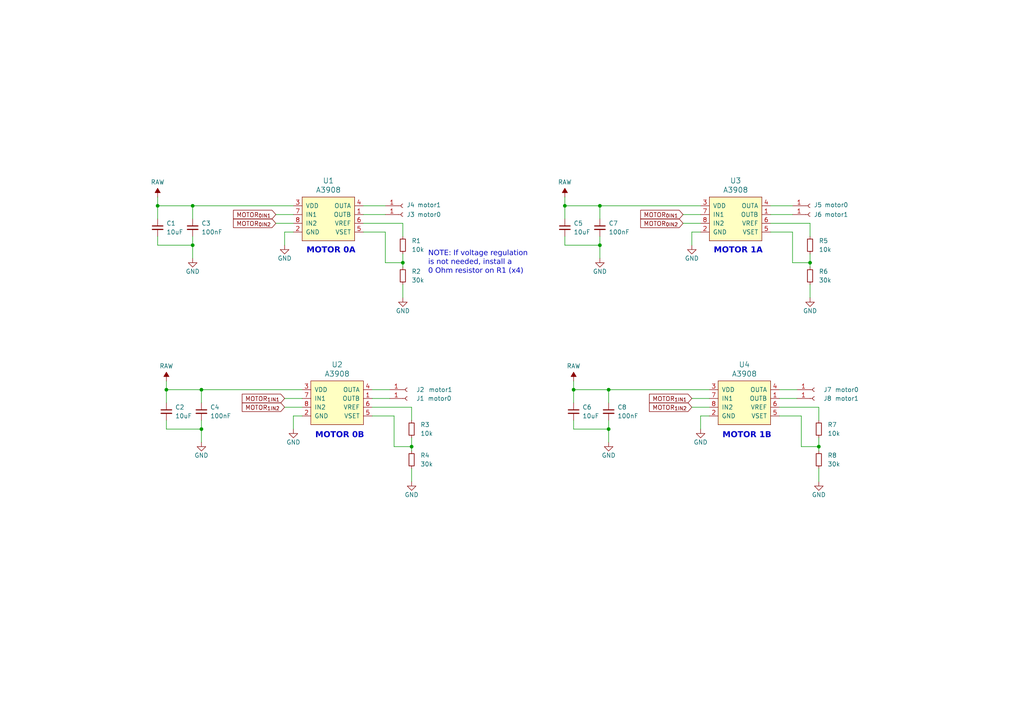
<source format=kicad_sch>
(kicad_sch (version 20231120) (generator "eeschema") (generator_version "8.0")
  (paper "A4")
  (title_block (rev "v0.2"))
  (lib_symbols
    (symbol "A3908-custom_IC_1" (pin_names (offset 1.016))
      (property "Reference" "U5" (at 0 11.0998 0))
      (property "Value" "A3908" (at 0 8.4074 0))
      (symbol "A3908-custom_IC_1_1_1"
        (rectangle (start -7.62 6.35) (end 7.62 -6.35) (fill (type background)))
        (pin input line (at 10.16 1.27 180) (length 2.54) (name "OUTB") (number "1"))
        (pin input line (at -10.16 -3.81 0) (length 2.54) (name "GND") (number "2"))
        (pin input line (at -10.16 3.81 0) (length 2.54) (name "VDD") (number "3"))
        (pin input line (at 10.16 3.81 180) (length 2.54) (name "OUTA") (number "4"))
        (pin input line (at 10.16 -3.81 180) (length 2.54) (name "VSET") (number "5"))
        (pin input line (at 10.16 -1.27 180) (length 2.54) (name "VREF") (number "6"))
        (pin input line (at -10.16 1.27 0) (length 2.54) (name "IN1") (number "7"))
        (pin input line (at -10.16 -1.27 0) (length 2.54) (name "IN2") (number "8"))
        (pin input line (at -10.16 -3.81 0) (length 2.54) hide (name "GND_PAD") (number "9"))
      )
    )
    (symbol "Device:C_Small" (pin_numbers hide) (pin_names (offset 0.254) hide)
      (property "Reference" "C" (at 0.254 1.778 0))
      (property "Value" "C_Small" (at 0.254 -2.032 0))
      (symbol "C_Small_0_1"
        (polyline (pts (xy -1.524 -0.508) (xy 1.524 -0.508)) (stroke (width 0.3302)))
        (polyline (pts (xy -1.524 0.508) (xy 1.524 0.508)) (stroke (width 0.3048)))
      )
      (symbol "C_Small_1_1"
        (pin passive line (at 0 2.54 270) (length 2.032) (name "~") (number "1"))
        (pin passive line (at 0 -2.54 90) (length 2.032) (name "~") (number "2"))
      )
    )
    (symbol "Device:R_Small" (pin_numbers hide) (pin_names (offset 0.254) hide)
      (property "Reference" "R" (at 0.762 0.508 0))
      (property "Value" "R_Small" (at 0.762 -1.016 0))
      (symbol "R_Small_0_1"
        (rectangle (start -0.762 1.778) (end 0.762 -1.778) (stroke (width 0.2032)))
      )
      (symbol "R_Small_1_1"
        (pin passive line (at 0 2.54 270) (length 0.762) (name "~") (number "1"))
        (pin passive line (at 0 -2.54 90) (length 0.762) (name "~") (number "2"))
      )
    )
    (symbol "SAMC21_breakout-rescue:Conn_01x01_Female-Connector" (pin_names (offset 1.016) hide)
      (property "Reference" "J" (at 0 2.54 0))
      (property "Value" "Connector:Conn_01x01_Female" (at 0 -2.54 0))
      (symbol "Conn_01x01_Female-Connector_1_1"
        (polyline (pts (xy -1.27 0) (xy -0.508 0)) (stroke (width 0.1524)))
        (arc (start 0 0.508) (mid -0.508 0) (end 0 -0.508) (stroke (width 0.1524)))
        (pin passive line (at -5.08 0 0) (length 3.81) (name "Pin_1") (number "1"))
      )
    )
    (symbol "SAMC21_breakout-rescue:GND" (power) (pin_names (offset 0))
      (property "Value" "GND" (at 0 -3.81 0))
      (symbol "GND_0_1"
        (polyline (pts (xy 0 0) (xy 0 -1.27) (xy 1.27 -1.27) (xy 0 -2.54) (xy -1.27 -1.27) (xy 0 -1.27)))
      )
      (symbol "GND_1_1"
        (pin power_in line (at 0 0 270) (length 0) hide (name "GND") (number "1"))
      )
    )
    (symbol "power:VCOM" (power) (pin_numbers hide) (pin_names (offset 0) hide)
      (property "Value" "VCOM" (at 0 3.556 0))
      (symbol "VCOM_0_1"
        (polyline (pts (xy 0 0) (xy 0 2.54)))
        (polyline (pts (xy 0.762 1.27) (xy -0.762 1.27) (xy 0 2.54) (xy 0.762 1.27)) (fill (type outline)))
      )
      (symbol "VCOM_1_1"
        (pin power_in line (at 0 0 90) (length 0) (name "~") (number "1"))
      )
    )
  )
  (junction (at 176.53 113.03))
  (junction (at 116.84 76.2))
  (junction (at 58.42 124.46))
  (junction (at 58.42 113.03))
  (junction (at 166.37 113.03))
  (junction (at 234.95 76.2))
  (junction (at 55.88 59.69))
  (junction (at 176.53 124.46))
  (junction (at 173.99 71.12))
  (junction (at 119.38 129.54))
  (junction (at 163.83 59.69))
  (junction (at 48.26 113.03))
  (junction (at 45.72 59.69))
  (junction (at 173.99 59.69))
  (junction (at 237.49 129.54))
  (junction (at 55.88 71.12))
  (wire (pts (xy 113.03 113.03) (xy 107.95 113.03)))
  (wire (pts (xy 119.38 127) (xy 119.38 129.54)))
  (wire (pts (xy 107.95 118.11) (xy 119.38 118.11)))
  (wire (pts (xy 116.84 68.58) (xy 116.84 64.77)))
  (wire (pts (xy 231.14 113.03) (xy 226.06 113.03)))
  (wire (pts (xy 237.49 129.54) (xy 237.49 130.81)))
  (wire (pts (xy 198.12 64.77) (xy 203.2 64.77)))
  (wire (pts (xy 111.76 59.69) (xy 105.41 59.69)))
  (wire (pts (xy 173.99 63.5) (xy 173.99 59.69)))
  (wire (pts (xy 119.38 129.54) (xy 114.3 129.54)))
  (wire (pts (xy 85.09 124.46) (xy 85.09 120.65)))
  (wire (pts (xy 55.88 59.69) (xy 45.72 59.69)))
  (wire (pts (xy 58.42 113.03) (xy 87.63 113.03)))
  (wire (pts (xy 231.14 115.57) (xy 226.06 115.57)))
  (wire (pts (xy 163.83 57.15) (xy 163.83 59.69)))
  (wire (pts (xy 55.88 63.5) (xy 55.88 59.69)))
  (wire (pts (xy 80.01 64.77) (xy 85.09 64.77)))
  (wire (pts (xy 232.41 120.65) (xy 232.41 129.54)))
  (wire (pts (xy 237.49 121.92) (xy 237.49 118.11)))
  (wire (pts (xy 223.52 67.31) (xy 229.87 67.31)))
  (wire (pts (xy 200.66 71.12) (xy 200.66 67.31)))
  (wire (pts (xy 58.42 128.27) (xy 58.42 124.46)))
  (wire (pts (xy 80.01 62.23) (xy 85.09 62.23)))
  (wire (pts (xy 58.42 124.46) (xy 48.26 124.46)))
  (wire (pts (xy 105.41 67.31) (xy 111.76 67.31)))
  (wire (pts (xy 229.87 62.23) (xy 223.52 62.23)))
  (wire (pts (xy 234.95 76.2) (xy 229.87 76.2)))
  (wire (pts (xy 58.42 113.03) (xy 48.26 113.03)))
  (wire (pts (xy 116.84 76.2) (xy 116.84 77.47)))
  (wire (pts (xy 166.37 110.49) (xy 166.37 113.03)))
  (wire (pts (xy 48.26 113.03) (xy 48.26 116.84)))
  (wire (pts (xy 176.53 128.27) (xy 176.53 124.46)))
  (wire (pts (xy 176.53 116.84) (xy 176.53 113.03)))
  (wire (pts (xy 116.84 73.66) (xy 116.84 76.2)))
  (wire (pts (xy 45.72 57.15) (xy 45.72 59.69)))
  (wire (pts (xy 200.66 67.31) (xy 203.2 67.31)))
  (wire (pts (xy 234.95 76.2) (xy 234.95 77.47)))
  (wire (pts (xy 203.2 124.46) (xy 203.2 120.65)))
  (wire (pts (xy 48.26 110.49) (xy 48.26 113.03)))
  (wire (pts (xy 237.49 139.7) (xy 237.49 135.89)))
  (wire (pts (xy 85.09 120.65) (xy 87.63 120.65)))
  (wire (pts (xy 58.42 124.46) (xy 58.42 121.92)))
  (wire (pts (xy 200.66 118.11) (xy 205.74 118.11)))
  (wire (pts (xy 82.55 71.12) (xy 82.55 67.31)))
  (wire (pts (xy 234.95 73.66) (xy 234.95 76.2)))
  (wire (pts (xy 55.88 71.12) (xy 45.72 71.12)))
  (wire (pts (xy 58.42 116.84) (xy 58.42 113.03)))
  (wire (pts (xy 226.06 120.65) (xy 232.41 120.65)))
  (wire (pts (xy 234.95 86.36) (xy 234.95 82.55)))
  (wire (pts (xy 176.53 124.46) (xy 176.53 121.92)))
  (wire (pts (xy 107.95 120.65) (xy 114.3 120.65)))
  (wire (pts (xy 113.03 115.57) (xy 107.95 115.57)))
  (wire (pts (xy 173.99 59.69) (xy 203.2 59.69)))
  (wire (pts (xy 173.99 59.69) (xy 163.83 59.69)))
  (wire (pts (xy 203.2 120.65) (xy 205.74 120.65)))
  (wire (pts (xy 229.87 67.31) (xy 229.87 76.2)))
  (wire (pts (xy 200.66 115.57) (xy 205.74 115.57)))
  (wire (pts (xy 45.72 71.12) (xy 45.72 68.58)))
  (wire (pts (xy 229.87 59.69) (xy 223.52 59.69)))
  (wire (pts (xy 166.37 124.46) (xy 166.37 121.92)))
  (wire (pts (xy 111.76 62.23) (xy 105.41 62.23)))
  (wire (pts (xy 116.84 76.2) (xy 111.76 76.2)))
  (wire (pts (xy 176.53 113.03) (xy 205.74 113.03)))
  (wire (pts (xy 163.83 59.69) (xy 163.83 63.5)))
  (wire (pts (xy 234.95 68.58) (xy 234.95 64.77)))
  (wire (pts (xy 119.38 129.54) (xy 119.38 130.81)))
  (wire (pts (xy 173.99 74.93) (xy 173.99 71.12)))
  (wire (pts (xy 173.99 71.12) (xy 163.83 71.12)))
  (wire (pts (xy 82.55 118.11) (xy 87.63 118.11)))
  (wire (pts (xy 82.55 67.31) (xy 85.09 67.31)))
  (wire (pts (xy 173.99 71.12) (xy 173.99 68.58)))
  (wire (pts (xy 114.3 120.65) (xy 114.3 129.54)))
  (wire (pts (xy 55.88 59.69) (xy 85.09 59.69)))
  (wire (pts (xy 111.76 67.31) (xy 111.76 76.2)))
  (wire (pts (xy 198.12 62.23) (xy 203.2 62.23)))
  (wire (pts (xy 176.53 113.03) (xy 166.37 113.03)))
  (wire (pts (xy 55.88 71.12) (xy 55.88 68.58)))
  (wire (pts (xy 166.37 113.03) (xy 166.37 116.84)))
  (wire (pts (xy 82.55 115.57) (xy 87.63 115.57)))
  (wire (pts (xy 237.49 127) (xy 237.49 129.54)))
  (wire (pts (xy 223.52 64.77) (xy 234.95 64.77)))
  (wire (pts (xy 116.84 86.36) (xy 116.84 82.55)))
  (wire (pts (xy 226.06 118.11) (xy 237.49 118.11)))
  (wire (pts (xy 119.38 121.92) (xy 119.38 118.11)))
  (wire (pts (xy 45.72 59.69) (xy 45.72 63.5)))
  (wire (pts (xy 119.38 139.7) (xy 119.38 135.89)))
  (wire (pts (xy 163.83 71.12) (xy 163.83 68.58)))
  (wire (pts (xy 237.49 129.54) (xy 232.41 129.54)))
  (wire (pts (xy 105.41 64.77) (xy 116.84 64.77)))
  (wire (pts (xy 55.88 74.93) (xy 55.88 71.12)))
  (wire (pts (xy 48.26 124.46) (xy 48.26 121.92)))
  (wire (pts (xy 176.53 124.46) (xy 166.37 124.46)))
  (text "MOTOR 1B\n" (at 209.55 127.762 0) (effects (font (size 1.7 1.7) (thickness 0.34) (bold yes)) (justify left bottom)))
  (text "NOTE: If voltage regulation\nis not needed, install a \n0 Ohm resistor on R1 (x4)" (at 124.206 80.01 0) (effects (font (size 1.524 1.524)) (justify left bottom)))
  (text "MOTOR 0A\n" (at 88.9 74.168 0) (effects (font (size 1.7 1.7) (thickness 0.34) (bold yes)) (justify left bottom)))
  (text "MOTOR 1A\n" (at 207.01 74.168 0) (effects (font (size 1.7 1.7) (thickness 0.34) (bold yes)) (justify left bottom)))
  (text "MOTOR 0B\n" (at 91.44 127.762 0) (effects (font (size 1.7 1.7) (thickness 0.34) (bold yes)) (justify left bottom)))
  (global_label "MOTOR_{0_{IN2}}" (shape input) (at 198.12 64.77 180) (property "Intersheetrefs" "${INTERSHEET_REFS}" (effects (hide yes))))
  (global_label "MOTOR_{0_{IN2}}" (shape input) (at 80.01 64.77 180) (property "Intersheetrefs" "${INTERSHEET_REFS}" (effects (hide yes))))
  (global_label "MOTOR_{1_{IN2}}" (shape input) (at 82.55 118.11 180) (property "Intersheetrefs" "${INTERSHEET_REFS}" (effects (hide yes))))
  (global_label "MOTOR_{0_{IN1}}" (shape input) (at 80.01 62.23 180) (property "Intersheetrefs" "${INTERSHEET_REFS}" (effects (hide yes))))
  (global_label "MOTOR_{1_{IN1}}" (shape input) (at 82.55 115.57 180) (property "Intersheetrefs" "${INTERSHEET_REFS}" (effects (hide yes))))
  (global_label "MOTOR_{0_{IN1}}" (shape input) (at 198.12 62.23 180) (property "Intersheetrefs" "${INTERSHEET_REFS}" (effects (hide yes))))
  (global_label "MOTOR_{1_{IN1}}" (shape input) (at 200.66 115.57 180) (property "Intersheetrefs" "${INTERSHEET_REFS}" (effects (hide yes))))
  (global_label "MOTOR_{1_{IN2}}" (shape input) (at 200.66 118.11 180) (property "Intersheetrefs" "${INTERSHEET_REFS}" (effects (hide yes))))
  (symbol (lib_id "Device:C_Small") (at 48.26 119.38 0) (mirror y) (unit 1)
    (property "Reference" "C2" (at 50.8 118.1162 0) (effects (justify right)))
    (property "Value" "10uF" (at 50.8 120.6562 0) (effects (justify right)))
    (property "Description" "Unpolarized capacitor, small symbol" (effects (hide yes)))
  )
  (symbol (lib_id "SAMC21_breakout-rescue:Conn_01x01_Female-Connector") (at 116.84 59.69 0) (mirror x) (unit 1)
    (property "Reference" "J4" (at 119.126 59.436 0))
    (property "Value" "motor1" (at 124.46 59.436 0))
    (property "Footprint" "TestPoint:TestPoint_Pad_2.0x2.0mm" (effects (hide yes)))
  )
  (symbol (lib_id "Device:C_Small") (at 45.72 66.04 0) (mirror y) (unit 1)
    (property "Reference" "C1" (at 48.26 64.7762 0) (effects (justify right)))
    (property "Value" "10uF" (at 48.26 67.3162 0) (effects (justify right)))
    (property "Description" "Unpolarized capacitor, small symbol" (effects (hide yes)))
  )
  (symbol (lib_name "A3908-custom_IC_1") (lib_id "SAMC21_breakout-rescue:A3908-custom_IC") (at 213.36 63.5 0) (unit 1)
    (property "Reference" "U3" (at 213.36 52.4002 0) (effects (font (size 1.524 1.524))))
    (property "Value" "A3908" (at 213.36 55.0926 0) (effects (font (size 1.524 1.524))))
    (property "Footprint" "kicad_reformed_custom_IC:A3908" (effects (hide yes)))
    (property "Datasheet" "https://www.allegromicro.com/-/media/files/datasheets/a3908-datasheet.pdf" (effects (hide yes)))
  )
  (symbol (lib_id "Device:R_Small") (at 234.95 80.01 0) (unit 1)
    (property "Reference" "R6" (at 237.49 78.7399 0) (effects (justify left)))
    (property "Value" "30k" (at 237.49 81.2799 0) (effects (justify left)))
    (property "Description" "Resistor, small symbol" (effects (hide yes)))
  )
  (symbol (lib_id "Device:R_Small") (at 234.95 71.12 0) (unit 1)
    (property "Reference" "R5" (at 237.49 69.8499 0) (effects (justify left)))
    (property "Value" "10k" (at 237.49 72.3899 0) (effects (justify left)))
    (property "Description" "Resistor, small symbol" (effects (hide yes)))
  )
  (symbol (lib_id "SAMC21_breakout-rescue:GND") (at 55.88 74.93 0) (unit 1)
    (property "Reference" "#PWR043" (effects (hide yes)))
    (property "Value" "GND" (at 55.88 78.74 0))
  )
  (symbol (lib_id "Device:R_Small") (at 116.84 71.12 0) (unit 1)
    (property "Reference" "R1" (at 119.38 69.8499 0) (effects (justify left)))
    (property "Value" "10k" (at 119.38 72.3899 0) (effects (justify left)))
    (property "Description" "Resistor, small symbol" (effects (hide yes)))
  )
  (symbol (lib_id "SAMC21_breakout-rescue:Conn_01x01_Female-Connector") (at 236.22 115.57 0) (mirror x) (unit 1)
    (property "Reference" "J8" (at 240.03 115.57 0))
    (property "Value" "motor1" (at 245.618 115.57 0))
    (property "Footprint" "TestPoint:TestPoint_Pad_2.0x2.0mm" (effects (hide yes)))
  )
  (symbol (lib_id "Device:R_Small") (at 237.49 124.46 0) (unit 1)
    (property "Reference" "R7" (at 240.03 123.1899 0) (effects (justify left)))
    (property "Value" "10k" (at 240.03 125.7299 0) (effects (justify left)))
    (property "Description" "Resistor, small symbol" (effects (hide yes)))
  )
  (symbol (lib_id "Device:R_Small") (at 119.38 124.46 0) (unit 1)
    (property "Reference" "R3" (at 121.92 123.1899 0) (effects (justify left)))
    (property "Value" "10k" (at 121.92 125.7299 0) (effects (justify left)))
    (property "Description" "Resistor, small symbol" (effects (hide yes)))
  )
  (symbol (lib_id "power:VCOM") (at 48.26 110.49 0) (unit 1)
    (property "Reference" "#PWR042" (effects (hide yes)))
    (property "Value" "RAW" (at 48.26 106.172 0))
    (property "Description" "Power symbol creates a global label with name \"VCOM\"" (effects (hide yes)))
  )
  (symbol (lib_id "Device:R_Small") (at 237.49 133.35 0) (unit 1)
    (property "Reference" "R8" (at 240.03 132.0799 0) (effects (justify left)))
    (property "Value" "30k" (at 240.03 134.6199 0) (effects (justify left)))
    (property "Description" "Resistor, small symbol" (effects (hide yes)))
  )
  (symbol (lib_id "SAMC21_breakout-rescue:GND") (at 237.49 139.7 0) (unit 1)
    (property "Reference" "#PWR056" (effects (hide yes)))
    (property "Value" "GND" (at 237.49 143.51 0))
  )
  (symbol (lib_id "SAMC21_breakout-rescue:GND") (at 173.99 74.93 0) (unit 1)
    (property "Reference" "#PWR051" (effects (hide yes)))
    (property "Value" "GND" (at 173.99 78.74 0))
  )
  (symbol (lib_id "SAMC21_breakout-rescue:Conn_01x01_Female-Connector") (at 234.95 59.69 0) (mirror x) (unit 1)
    (property "Reference" "J5" (at 237.236 59.436 0))
    (property "Value" "motor0" (at 242.57 59.436 0))
    (property "Footprint" "TestPoint:TestPoint_Pad_2.0x2.0mm" (effects (hide yes)))
  )
  (symbol (lib_id "SAMC21_breakout-rescue:GND") (at 234.95 86.36 0) (unit 1)
    (property "Reference" "#PWR055" (effects (hide yes)))
    (property "Value" "GND" (at 234.95 90.17 0))
  )
  (symbol (lib_id "SAMC21_breakout-rescue:Conn_01x01_Female-Connector") (at 116.84 62.23 0) (mirror x) (unit 1)
    (property "Reference" "J3" (at 119.126 62.23 0))
    (property "Value" "motor0" (at 124.46 62.23 0))
    (property "Footprint" "TestPoint:TestPoint_Pad_2.0x2.0mm" (effects (hide yes)))
  )
  (symbol (lib_id "Device:C_Small") (at 173.99 66.04 0) (mirror y) (unit 1)
    (property "Reference" "C7" (at 176.53 64.7762 0) (effects (justify right)))
    (property "Value" "100nF" (at 176.53 67.3162 0) (effects (justify right)))
    (property "Description" "Unpolarized capacitor, small symbol" (effects (hide yes)))
  )
  (symbol (lib_id "power:VCOM") (at 166.37 110.49 0) (unit 1)
    (property "Reference" "#PWR050" (effects (hide yes)))
    (property "Value" "RAW" (at 166.37 106.172 0))
    (property "Description" "Power symbol creates a global label with name \"VCOM\"" (effects (hide yes)))
  )
  (symbol (lib_id "SAMC21_breakout-rescue:GND") (at 200.66 71.12 0) (unit 1)
    (property "Reference" "#PWR053" (effects (hide yes)))
    (property "Value" "GND" (at 200.66 74.93 0))
  )
  (symbol (lib_id "SAMC21_breakout-rescue:Conn_01x01_Female-Connector") (at 234.95 62.23 0) (mirror x) (unit 1)
    (property "Reference" "J6" (at 237.236 62.23 0))
    (property "Value" "motor1" (at 242.57 62.23 0))
    (property "Footprint" "TestPoint:TestPoint_Pad_2.0x2.0mm" (effects (hide yes)))
  )
  (symbol (lib_id "SAMC21_breakout-rescue:GND") (at 85.09 124.46 0) (unit 1)
    (property "Reference" "#PWR046" (effects (hide yes)))
    (property "Value" "GND" (at 85.09 128.27 0))
  )
  (symbol (lib_id "Device:C_Small") (at 58.42 119.38 0) (mirror y) (unit 1)
    (property "Reference" "C4" (at 60.96 118.1162 0) (effects (justify right)))
    (property "Value" "100nF" (at 60.96 120.6562 0) (effects (justify right)))
    (property "Description" "Unpolarized capacitor, small symbol" (effects (hide yes)))
  )
  (symbol (lib_id "Device:C_Small") (at 163.83 66.04 0) (mirror y) (unit 1)
    (property "Reference" "C5" (at 166.37 64.7762 0) (effects (justify right)))
    (property "Value" "10uF" (at 166.37 67.3162 0) (effects (justify right)))
    (property "Description" "Unpolarized capacitor, small symbol" (effects (hide yes)))
  )
  (symbol (lib_name "A3908-custom_IC_1") (lib_id "SAMC21_breakout-rescue:A3908-custom_IC") (at 215.9 116.84 0) (unit 1)
    (property "Reference" "U4" (at 215.9 105.7402 0) (effects (font (size 1.524 1.524))))
    (property "Value" "A3908" (at 215.9 108.4326 0) (effects (font (size 1.524 1.524))))
    (property "Footprint" "kicad_reformed_custom_IC:A3908" (effects (hide yes)))
    (property "Datasheet" "https://www.allegromicro.com/-/media/files/datasheets/a3908-datasheet.pdf" (effects (hide yes)))
  )
  (symbol (lib_id "power:VCOM") (at 163.83 57.15 0) (unit 1)
    (property "Reference" "#PWR049" (effects (hide yes)))
    (property "Value" "RAW" (at 163.83 52.832 0))
    (property "Description" "Power symbol creates a global label with name \"VCOM\"" (effects (hide yes)))
  )
  (symbol (lib_id "SAMC21_breakout-rescue:Conn_01x01_Female-Connector") (at 118.11 115.57 0) (mirror x) (unit 1)
    (property "Reference" "J1" (at 121.92 115.57 0))
    (property "Value" "motor0" (at 127.508 115.57 0))
    (property "Footprint" "TestPoint:TestPoint_Pad_2.0x2.0mm" (effects (hide yes)))
  )
  (symbol (lib_id "SAMC21_breakout-rescue:GND") (at 176.53 128.27 0) (unit 1)
    (property "Reference" "#PWR052" (effects (hide yes)))
    (property "Value" "GND" (at 176.53 132.08 0))
  )
  (symbol (lib_name "A3908-custom_IC_1") (lib_id "SAMC21_breakout-rescue:A3908-custom_IC") (at 97.79 116.84 0) (unit 1)
    (property "Reference" "U2" (at 97.79 105.7402 0) (effects (font (size 1.524 1.524))))
    (property "Value" "A3908" (at 97.79 108.4326 0) (effects (font (size 1.524 1.524))))
    (property "Footprint" "kicad_reformed_custom_IC:A3908" (effects (hide yes)))
    (property "Datasheet" "https://www.allegromicro.com/-/media/files/datasheets/a3908-datasheet.pdf" (effects (hide yes)))
  )
  (symbol (lib_id "power:VCOM") (at 45.72 57.15 0) (unit 1)
    (property "Reference" "#PWR041" (effects (hide yes)))
    (property "Value" "RAW" (at 45.72 52.832 0))
    (property "Description" "Power symbol creates a global label with name \"VCOM\"" (effects (hide yes)))
  )
  (symbol (lib_id "SAMC21_breakout-rescue:GND") (at 203.2 124.46 0) (unit 1)
    (property "Reference" "#PWR054" (effects (hide yes)))
    (property "Value" "GND" (at 203.2 128.27 0))
  )
  (symbol (lib_id "SAMC21_breakout-rescue:GND") (at 58.42 128.27 0) (unit 1)
    (property "Reference" "#PWR044" (effects (hide yes)))
    (property "Value" "GND" (at 58.42 132.08 0))
  )
  (symbol (lib_id "Device:R_Small") (at 119.38 133.35 0) (unit 1)
    (property "Reference" "R4" (at 121.92 132.0799 0) (effects (justify left)))
    (property "Value" "30k" (at 121.92 134.6199 0) (effects (justify left)))
    (property "Description" "Resistor, small symbol" (effects (hide yes)))
  )
  (symbol (lib_id "Device:C_Small") (at 55.88 66.04 0) (mirror y) (unit 1)
    (property "Reference" "C3" (at 58.42 64.7762 0) (effects (justify right)))
    (property "Value" "100nF" (at 58.42 67.3162 0) (effects (justify right)))
    (property "Description" "Unpolarized capacitor, small symbol" (effects (hide yes)))
  )
  (symbol (lib_id "SAMC21_breakout-rescue:GND") (at 116.84 86.36 0) (unit 1)
    (property "Reference" "#PWR047" (effects (hide yes)))
    (property "Value" "GND" (at 116.84 90.17 0))
  )
  (symbol (lib_id "SAMC21_breakout-rescue:GND") (at 119.38 139.7 0) (unit 1)
    (property "Reference" "#PWR048" (effects (hide yes)))
    (property "Value" "GND" (at 119.38 143.51 0))
  )
  (symbol (lib_id "SAMC21_breakout-rescue:Conn_01x01_Female-Connector") (at 118.11 113.03 0) (mirror x) (unit 1)
    (property "Reference" "J2" (at 121.92 113.03 0))
    (property "Value" "motor1" (at 127.762 113.03 0))
    (property "Footprint" "TestPoint:TestPoint_Pad_2.0x2.0mm" (effects (hide yes)))
  )
  (symbol (lib_id "Device:C_Small") (at 166.37 119.38 0) (mirror y) (unit 1)
    (property "Reference" "C6" (at 168.91 118.1162 0) (effects (justify right)))
    (property "Value" "10uF" (at 168.91 120.6562 0) (effects (justify right)))
    (property "Description" "Unpolarized capacitor, small symbol" (effects (hide yes)))
  )
  (symbol (lib_name "A3908-custom_IC_1") (lib_id "SAMC21_breakout-rescue:A3908-custom_IC") (at 95.25 63.5 0) (unit 1)
    (property "Reference" "U1" (at 95.25 52.4002 0) (effects (font (size 1.524 1.524))))
    (property "Value" "A3908" (at 95.25 55.0926 0) (effects (font (size 1.524 1.524))))
    (property "Footprint" "kicad_reformed_custom_IC:A3908" (effects (hide yes)))
    (property "Datasheet" "https://www.allegromicro.com/-/media/files/datasheets/a3908-datasheet.pdf" (effects (hide yes)))
  )
  (symbol (lib_id "Device:C_Small") (at 176.53 119.38 0) (mirror y) (unit 1)
    (property "Reference" "C8" (at 179.07 118.1162 0) (effects (justify right)))
    (property "Value" "100nF" (at 179.07 120.6562 0) (effects (justify right)))
    (property "Description" "Unpolarized capacitor, small symbol" (effects (hide yes)))
  )
  (symbol (lib_id "SAMC21_breakout-rescue:Conn_01x01_Female-Connector") (at 236.22 113.03 0) (mirror x) (unit 1)
    (property "Reference" "J7" (at 240.03 113.03 0))
    (property "Value" "motor0" (at 245.618 113.03 0))
    (property "Footprint" "TestPoint:TestPoint_Pad_2.0x2.0mm" (effects (hide yes)))
  )
  (symbol (lib_id "SAMC21_breakout-rescue:GND") (at 82.55 71.12 0) (unit 1)
    (property "Reference" "#PWR045" (effects (hide yes)))
    (property "Value" "GND" (at 82.55 74.93 0))
  )
  (symbol (lib_id "Device:R_Small") (at 116.84 80.01 0) (unit 1)
    (property "Reference" "R2" (at 119.38 78.7399 0) (effects (justify left)))
    (property "Value" "30k" (at 119.38 81.2799 0) (effects (justify left)))
    (property "Description" "Resistor, small symbol" (effects (hide yes)))
  )
)
</source>
